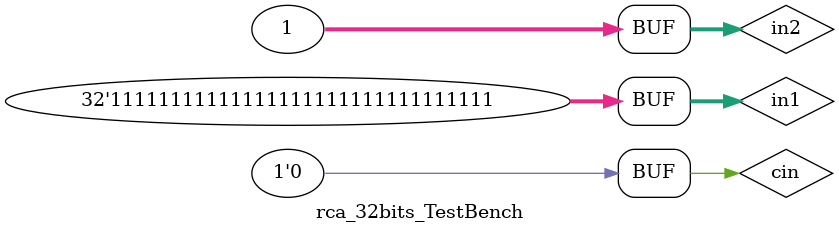
<source format=v>
`timescale 1ns / 1ps


module rca_32bits_TestBench;
	// Inputs
	reg [31:0] in1;
	reg [31:0] in2;
	reg cin;

	// Outputs
	wire [31:0] out;
	wire cout;


	// Instantiate the Unit Under Test (UUT)
	rca_32bits uut (
		.in1(in1), 
		.in2(in2), 
		.cin(cin), 
		.out(out), 
		.cout(cout)
	);

	initial begin
        
		// Add stimulus here
		$monitor ("input1 = %d, input2 = %d, carry_in = %d, sum = %d, carry_out = %d", in1, in2, cin, out, cout);
		// Initialize Inputs
		in1 = 32'd1117; in2 = 32'd211132; cin = 0;
		#100;
		
		in1 = 32'd1155123; in2 = 32'd10000000; cin = 1;
		#100;
		
		in1 = 32'd1000000; in2 = 32'd2000000; cin = 0;
		#100;
		
		in1 = 32'd1; in2 = 32'd3; cin=1;
		#100
		
		in1 = 32'd4294967295; in2 = 32'd1; cin = 0;
		#100;

	end
      
      
endmodule


</source>
